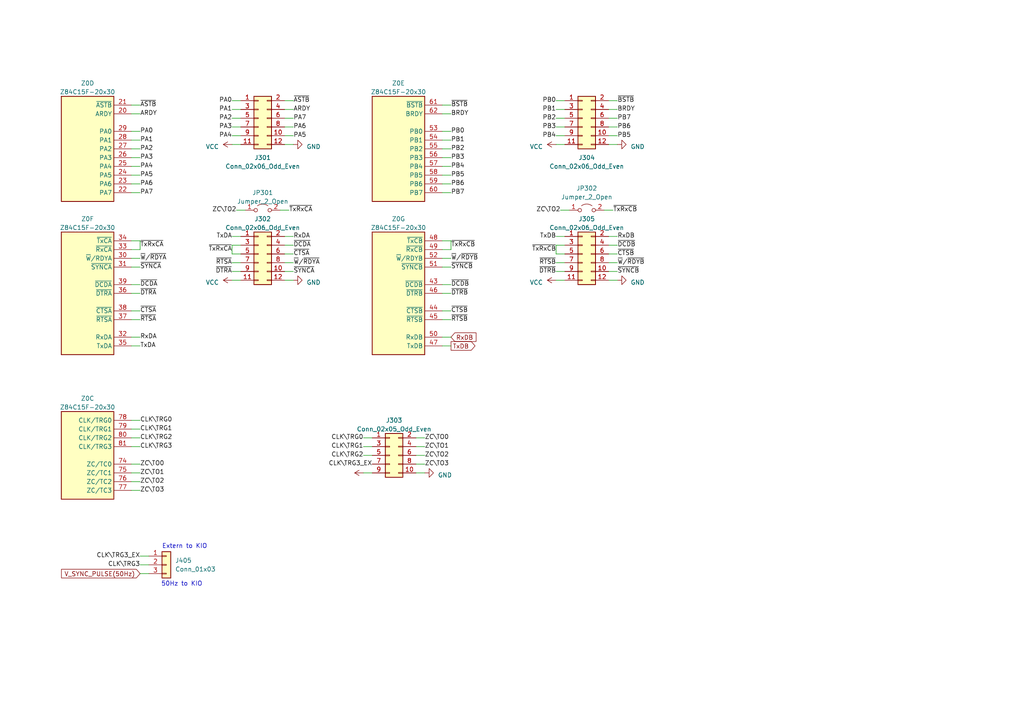
<source format=kicad_sch>
(kicad_sch (version 20231120) (generator "eeschema") (generator_version "8.0")
  (paper "A4")
  (title_block (title "JupiterAce Z80 plus KIO and new memory format.") (date "2020-05-12") (rev "${REVNUM}") (company "Ontobus") (comment 1 "John Bradley") (comment 2 "https://creativecommons.org/licenses/by-nc-sa/4.0/") (comment 3 "Attribution-NonCommercial-ShareAlike 4.0 International License.") (comment 4 "This work is licensed under a Creative Commons "))
  (lib_symbols
    (symbol "CPU_Zilog_Z80:Z84C15F-20x30" (pin_names (offset 0.5))
      (property "Reference" "IC" (at -6.604 34.29 0))
      (property "Value" "Z84C15F-20x30" (at 4.826 34 0))
      (symbol "Z84C15F-20x30_1_0"
        (rectangle (start -7.62 33.02) (end 7.62 -33.02) (stroke (width 0.254)) (fill (type background)))
        (pin output line (at 12.7 -5.08 180) (length 5.08) (name "A5") (number "1"))
        (pin input line (at -12.7 -2.54 0) (length 5.08) (name "~{BUSREQ}") (number "10"))
        (pin output line (at 12.7 -7.62 180) (length 5.08) (name "A6") (number "100"))
        (pin input line (at -12.7 10.16 0) (length 5.08) (name "~{WAIT}") (number "11"))
        (pin output line (at -12.7 -5.08 0) (length 5.08) (name "~{BUSACK}") (number "12"))
        (pin output line (at -12.7 20.32 0) (length 5.08) (name "~{WR}") (number "13"))
        (pin output line (at -12.7 22.86 0) (length 5.08) (name "~{RD}") (number "14"))
        (pin output line (at -12.7 25.4 0) (length 5.08) (name "~{IORQ}") (number "15"))
        (pin output line (at -12.7 27.94 0) (length 5.08) (name "~{MREQ}") (number "17"))
        (pin output line (at -12.7 12.7 0) (length 5.08) (name "~{HALT}") (number "18"))
        (pin open_collector line (at -12.7 7.62 0) (length 5.08) (name "~{INT}") (number "19"))
        (pin output line (at 12.7 -2.54 180) (length 5.08) (name "A4") (number "2"))
        (pin output line (at 12.7 0 180) (length 5.08) (name "A3") (number "3"))
        (pin output line (at 12.7 2.54 180) (length 5.08) (name "A2") (number "4"))
        (pin output line (at 12.7 5.08 180) (length 5.08) (name "A1") (number "5"))
        (pin output line (at 12.7 7.62 180) (length 5.08) (name "A0") (number "6"))
        (pin input line (at -12.7 5.08 0) (length 5.08) (name "~{NMI}") (number "63"))
        (pin input clock (at -12.7 -10.16 0) (length 5.08) (name "~{CLKIN}") (number "69"))
        (pin output line (at -12.7 17.78 0) (length 5.08) (name "~{RFSH}") (number "7"))
        (pin output line (at -12.7 30.48 0) (length 5.08) (name "~{M1}") (number "8"))
        (pin bidirectional line (at 12.7 12.7 180) (length 5.08) (name "D7") (number "82"))
        (pin bidirectional line (at 12.7 15.24 180) (length 5.08) (name "D6") (number "83"))
        (pin bidirectional line (at 12.7 17.78 180) (length 5.08) (name "D5") (number "84"))
        (pin bidirectional line (at 12.7 20.32 180) (length 5.08) (name "D4") (number "85"))
        (pin bidirectional line (at 12.7 22.86 180) (length 5.08) (name "D3") (number "86"))
        (pin bidirectional line (at 12.7 25.4 180) (length 5.08) (name "D2") (number "87"))
        (pin bidirectional line (at 12.7 27.94 180) (length 5.08) (name "D1") (number "88"))
        (pin bidirectional line (at 12.7 30.48 180) (length 5.08) (name "D0") (number "89"))
        (pin open_collector line (at -12.7 2.54 0) (length 5.08) (name "~{RESET}") (number "9"))
        (pin output line (at 12.7 -30.48 180) (length 5.08) (name "A15") (number "91"))
        (pin output line (at 12.7 -27.94 180) (length 5.08) (name "A14") (number "92"))
        (pin output line (at 12.7 -25.4 180) (length 5.08) (name "A13") (number "93"))
        (pin output line (at 12.7 -22.86 180) (length 5.08) (name "A12") (number "94"))
        (pin output line (at 12.7 -20.32 180) (length 5.08) (name "A11") (number "95"))
        (pin output line (at 12.7 -17.78 180) (length 5.08) (name "A10") (number "96"))
        (pin output line (at 12.7 -15.24 180) (length 5.08) (name "A9") (number "97"))
        (pin output line (at 12.7 -12.7 180) (length 5.08) (name "A8") (number "98"))
        (pin output line (at 12.7 -10.16 180) (length 5.08) (name "A7") (number "99"))
      )
      (symbol "Z84C15F-20x30_2_0"
        (rectangle (start -7.62 12.7) (end 7.62 -12.7) (stroke (width 0.254)) (fill (type background)))
        (pin output line (at 12.7 10.16 180) (length 5.08) (name "~{CS0}") (number "40"))
        (pin output line (at 12.7 7.62 180) (length 5.08) (name "~{CS1}") (number "42"))
        (pin input line (at -12.7 5.08 0) (length 5.08) (name "XTAL1") (number "65"))
        (pin output line (at -12.7 2.54 0) (length 5.08) (name "XTAL2") (number "66"))
        (pin input line (at -12.7 -7.62 0) (length 5.08) (name "EV") (number "67"))
        (pin output line (at -12.7 0 0) (length 5.08) (name "CLKOUT") (number "68"))
        (pin output line (at 12.7 -5.08 180) (length 5.08) (name "A7RF") (number "70"))
        (pin output line (at 12.7 0 180) (length 5.08) (name "IEO") (number "71"))
        (pin input line (at 12.7 2.54 180) (length 5.08) (name "IEI") (number "72"))
        (pin open_collector line (at -12.7 10.16 0) (length 5.08) (name "~{WDTOUT}") (number "73"))
      )
      (symbol "Z84C15F-20x30_3_0"
        (rectangle (start -7.62 12.7) (end 7.62 -12.7) (stroke (width 0.254)) (fill (type background)))
        (pin output line (at 12.7 -2.54 180) (length 5.08) (name "ZC/TC0") (number "74"))
        (pin output line (at 12.7 -5.08 180) (length 5.08) (name "ZC/TC1") (number "75"))
        (pin output line (at 12.7 -7.62 180) (length 5.08) (name "ZC/TC2") (number "76"))
        (pin output line (at 12.7 -10.16 180) (length 5.08) (name "ZC/TC3") (number "77"))
        (pin input line (at 12.7 10.16 180) (length 5.08) (name "CLK/TRG0") (number "78"))
        (pin input line (at 12.7 7.62 180) (length 5.08) (name "CLK/TRG1") (number "79"))
        (pin input line (at 12.7 5.08 180) (length 5.08) (name "CLK/TRG2") (number "80"))
        (pin input line (at 12.7 2.54 180) (length 5.08) (name "CLK/TRG3") (number "81"))
      )
      (symbol "Z84C15F-20x30_4_0"
        (rectangle (start -7.62 15.24) (end 7.62 -15.24) (stroke (width 0.254)) (fill (type background)))
        (pin output line (at 12.7 10.16 180) (length 5.08) (name "ARDY") (number "20"))
        (pin input line (at 12.7 12.7 180) (length 5.08) (name "~{ASTB}") (number "21"))
        (pin tri_state line (at 12.7 -12.7 180) (length 5.08) (name "PA7") (number "22"))
        (pin tri_state line (at 12.7 -10.16 180) (length 5.08) (name "PA6") (number "23"))
        (pin tri_state line (at 12.7 -7.62 180) (length 5.08) (name "PA5") (number "24"))
        (pin tri_state line (at 12.7 -5.08 180) (length 5.08) (name "PA4") (number "25"))
        (pin tri_state line (at 12.7 -2.54 180) (length 5.08) (name "PA3") (number "26"))
        (pin tri_state line (at 12.7 0 180) (length 5.08) (name "PA2") (number "27"))
        (pin tri_state line (at 12.7 2.54 180) (length 5.08) (name "PA1") (number "28"))
        (pin tri_state line (at 12.7 5.08 180) (length 5.08) (name "PA0") (number "29"))
      )
      (symbol "Z84C15F-20x30_5_0"
        (rectangle (start -7.62 15.24) (end 7.62 -15.24) (stroke (width 0.254)) (fill (type background)))
        (pin tri_state line (at 12.7 5.08 180) (length 5.08) (name "PB0") (number "53"))
        (pin tri_state line (at 12.7 2.54 180) (length 5.08) (name "PB1") (number "54"))
        (pin tri_state line (at 12.7 0 180) (length 5.08) (name "PB2") (number "55"))
        (pin tri_state line (at 12.7 -2.54 180) (length 5.08) (name "PB3") (number "56"))
        (pin tri_state line (at 12.7 -5.08 180) (length 5.08) (name "PB4") (number "57"))
        (pin tri_state line (at 12.7 -7.62 180) (length 5.08) (name "PB5") (number "58"))
        (pin tri_state line (at 12.7 -10.16 180) (length 5.08) (name "PB6") (number "59"))
        (pin tri_state line (at 12.7 -12.7 180) (length 5.08) (name "PB7") (number "60"))
        (pin input line (at 12.7 12.7 180) (length 5.08) (name "~{BSTB}") (number "61"))
        (pin output line (at 12.7 10.16 180) (length 5.08) (name "BRDY") (number "62"))
      )
      (symbol "Z84C15F-20x30_6_0"
        (pin output line (at 12.7 10.16 180) (length 5.08) (name "~{W}/RDYA") (number "30"))
        (pin bidirectional line (at 12.7 7.62 180) (length 5.08) (name "~{SYNCA}") (number "31"))
        (pin input line (at 12.7 -12.7 180) (length 5.08) (name "RxDA") (number "32"))
        (pin input line (at 12.7 12.7 180) (length 5.08) (name "~{RxCA}") (number "33"))
        (pin input line (at 12.7 15.24 180) (length 5.08) (name "~{TxCA}") (number "34"))
        (pin output line (at 12.7 -15.24 180) (length 5.08) (name "TxDA") (number "35"))
        (pin output line (at 12.7 0 180) (length 5.08) (name "~{DTRA}") (number "36"))
        (pin output line (at 12.7 -7.62 180) (length 5.08) (name "~{RTSA}") (number "37"))
        (pin input line (at 12.7 -5.08 180) (length 5.08) (name "~{CTSA}") (number "38"))
        (pin input line (at 12.7 2.54 180) (length 5.08) (name "~{DCDA}") (number "39"))
      )
      (symbol "Z84C15F-20x30_6_1"
        (rectangle (start -7.62 17.78) (end 7.62 -17.78) (stroke (width 0.254)) (fill (type background)))
      )
      (symbol "Z84C15F-20x30_7_0"
        (pin input line (at 12.7 2.54 180) (length 5.08) (name "~{DCDB}") (number "43"))
        (pin input line (at 12.7 -5.08 180) (length 5.08) (name "~{CTSB}") (number "44"))
        (pin output line (at 12.7 -7.62 180) (length 5.08) (name "~{RTSB}") (number "45"))
        (pin output line (at 12.7 0 180) (length 5.08) (name "~{DTRB}") (number "46"))
        (pin output line (at 12.7 -15.24 180) (length 5.08) (name "TxDB") (number "47"))
        (pin input line (at 12.7 15.24 180) (length 5.08) (name "~{TxCB}") (number "48"))
        (pin input line (at 12.7 12.7 180) (length 5.08) (name "~{RxCB}") (number "49"))
        (pin input line (at 12.7 -12.7 180) (length 5.08) (name "RxDB") (number "50"))
        (pin bidirectional line (at 12.7 7.62 180) (length 5.08) (name "~{SYNCB}") (number "51"))
        (pin output line (at 12.7 10.16 180) (length 5.08) (name "~{W}/RDYB") (number "52"))
      )
      (symbol "Z84C15F-20x30_7_1"
        (rectangle (start -7.62 17.78) (end 7.62 -17.78) (stroke (width 0.254)) (fill (type background)))
      )
      (symbol "Z84C15F-20x30_8_0"
        (rectangle (start -7.62 7.62) (end 7.62 -7.62) (stroke (width 0.254)) (fill (type background)))
        (pin power_in line (at 2.54 -12.7 90) (length 5.08) (name "V_{SS}") (number "16"))
        (pin power_in line (at 2.54 12.7 270) (length 5.08) (name "V_{CC}") (number "41"))
        (pin power_in line (at -2.54 -12.7 90) (length 5.08) (name "V_{SS}") (number "64"))
        (pin power_in line (at -2.54 12.7 270) (length 5.08) (name "V_{CC}") (number "90"))
      )
    )
    (symbol "Connector_Generic:Conn_01x03" (pin_names (offset 1.016) hide)
      (property "Reference" "J" (at 0 5.08 0))
      (property "Value" "Conn_01x03" (at 0 -5.08 0))
      (symbol "Conn_01x03_1_1"
        (rectangle (start -1.27 -2.413) (end 0 -2.667) (stroke (width 0.1524)))
        (rectangle (start -1.27 0.127) (end 0 -0.127) (stroke (width 0.1524)))
        (rectangle (start -1.27 2.667) (end 0 2.413) (stroke (width 0.1524)))
        (rectangle (start -1.27 3.81) (end 1.27 -3.81) (stroke (width 0.254)) (fill (type background)))
        (pin passive line (at -5.08 2.54 0) (length 3.81) (name "Pin_1") (number "1"))
        (pin passive line (at -5.08 0 0) (length 3.81) (name "Pin_2") (number "2"))
        (pin passive line (at -5.08 -2.54 0) (length 3.81) (name "Pin_3") (number "3"))
      )
    )
    (symbol "Connector_Generic:Conn_02x05_Odd_Even" (pin_names (offset 1.016) hide)
      (property "Reference" "J" (at 1.27 7.62 0))
      (property "Value" "Conn_02x05_Odd_Even" (at 1.27 -7.62 0))
      (symbol "Conn_02x05_Odd_Even_1_1"
        (rectangle (start -1.27 -4.953) (end 0 -5.207) (stroke (width 0.1524)))
        (rectangle (start -1.27 -2.413) (end 0 -2.667) (stroke (width 0.1524)))
        (rectangle (start -1.27 0.127) (end 0 -0.127) (stroke (width 0.1524)))
        (rectangle (start -1.27 2.667) (end 0 2.413) (stroke (width 0.1524)))
        (rectangle (start -1.27 5.207) (end 0 4.953) (stroke (width 0.1524)))
        (rectangle (start -1.27 6.35) (end 3.81 -6.35) (stroke (width 0.254)) (fill (type background)))
        (rectangle (start 3.81 -4.953) (end 2.54 -5.207) (stroke (width 0.1524)))
        (rectangle (start 3.81 -2.413) (end 2.54 -2.667) (stroke (width 0.1524)))
        (rectangle (start 3.81 0.127) (end 2.54 -0.127) (stroke (width 0.1524)))
        (rectangle (start 3.81 2.667) (end 2.54 2.413) (stroke (width 0.1524)))
        (rectangle (start 3.81 5.207) (end 2.54 4.953) (stroke (width 0.1524)))
        (pin passive line (at -5.08 5.08 0) (length 3.81) (name "Pin_1") (number "1"))
        (pin passive line (at 7.62 -5.08 180) (length 3.81) (name "Pin_10") (number "10"))
        (pin passive line (at 7.62 5.08 180) (length 3.81) (name "Pin_2") (number "2"))
        (pin passive line (at -5.08 2.54 0) (length 3.81) (name "Pin_3") (number "3"))
        (pin passive line (at 7.62 2.54 180) (length 3.81) (name "Pin_4") (number "4"))
        (pin passive line (at -5.08 0 0) (length 3.81) (name "Pin_5") (number "5"))
        (pin passive line (at 7.62 0 180) (length 3.81) (name "Pin_6") (number "6"))
        (pin passive line (at -5.08 -2.54 0) (length 3.81) (name "Pin_7") (number "7"))
        (pin passive line (at 7.62 -2.54 180) (length 3.81) (name "Pin_8") (number "8"))
        (pin passive line (at -5.08 -5.08 0) (length 3.81) (name "Pin_9") (number "9"))
      )
    )
    (symbol "Connector_Generic:Conn_02x06_Odd_Even" (pin_names (offset 1.016) hide)
      (property "Reference" "J" (at 1.27 7.62 0))
      (property "Value" "Conn_02x06_Odd_Even" (at 1.27 -10.16 0))
      (symbol "Conn_02x06_Odd_Even_1_1"
        (rectangle (start -1.27 -7.493) (end 0 -7.747) (stroke (width 0.1524)))
        (rectangle (start -1.27 -4.953) (end 0 -5.207) (stroke (width 0.1524)))
        (rectangle (start -1.27 -2.413) (end 0 -2.667) (stroke (width 0.1524)))
        (rectangle (start -1.27 0.127) (end 0 -0.127) (stroke (width 0.1524)))
        (rectangle (start -1.27 2.667) (end 0 2.413) (stroke (width 0.1524)))
        (rectangle (start -1.27 5.207) (end 0 4.953) (stroke (width 0.1524)))
        (rectangle (start -1.27 6.35) (end 3.81 -8.89) (stroke (width 0.254)) (fill (type background)))
        (rectangle (start 3.81 -7.493) (end 2.54 -7.747) (stroke (width 0.1524)))
        (rectangle (start 3.81 -4.953) (end 2.54 -5.207) (stroke (width 0.1524)))
        (rectangle (start 3.81 -2.413) (end 2.54 -2.667) (stroke (width 0.1524)))
        (rectangle (start 3.81 0.127) (end 2.54 -0.127) (stroke (width 0.1524)))
        (rectangle (start 3.81 2.667) (end 2.54 2.413) (stroke (width 0.1524)))
        (rectangle (start 3.81 5.207) (end 2.54 4.953) (stroke (width 0.1524)))
        (pin passive line (at -5.08 5.08 0) (length 3.81) (name "Pin_1") (number "1"))
        (pin passive line (at 7.62 -5.08 180) (length 3.81) (name "Pin_10") (number "10"))
        (pin passive line (at -5.08 -7.62 0) (length 3.81) (name "Pin_11") (number "11"))
        (pin passive line (at 7.62 -7.62 180) (length 3.81) (name "Pin_12") (number "12"))
        (pin passive line (at 7.62 5.08 180) (length 3.81) (name "Pin_2") (number "2"))
        (pin passive line (at -5.08 2.54 0) (length 3.81) (name "Pin_3") (number "3"))
        (pin passive line (at 7.62 2.54 180) (length 3.81) (name "Pin_4") (number "4"))
        (pin passive line (at -5.08 0 0) (length 3.81) (name "Pin_5") (number "5"))
        (pin passive line (at 7.62 0 180) (length 3.81) (name "Pin_6") (number "6"))
        (pin passive line (at -5.08 -2.54 0) (length 3.81) (name "Pin_7") (number "7"))
        (pin passive line (at 7.62 -2.54 180) (length 3.81) (name "Pin_8") (number "8"))
        (pin passive line (at -5.08 -5.08 0) (length 3.81) (name "Pin_9") (number "9"))
      )
    )
    (symbol "Jumper:Jumper_2_Open" (pin_names (offset 0) hide)
      (property "Reference" "JP" (at 0 2.794 0))
      (property "Value" "Jumper_2_Open" (at 0 -2.286 0))
      (symbol "Jumper_2_Open_0_0"
        (circle (center -2.032 0) (radius 0.508))
        (circle (center 2.032 0) (radius 0.508))
      )
      (symbol "Jumper_2_Open_0_1"
        (arc (start 1.524 1.27) (mid 0 1.778) (end -1.524 1.27))
      )
      (symbol "Jumper_2_Open_1_1"
        (pin passive line (at -5.08 0 0) (length 2.54) (name "A") (number "1"))
        (pin passive line (at 5.08 0 180) (length 2.54) (name "B") (number "2"))
      )
    )
    (symbol "power:GND" (power) (pin_names (offset 0))
      (property "Value" "GND" (at 0 -3.81 0))
      (symbol "GND_0_1"
        (polyline (pts (xy 0 0) (xy 0 -1.27) (xy 1.27 -1.27) (xy 0 -2.54) (xy -1.27 -1.27) (xy 0 -1.27)))
      )
      (symbol "GND_1_1"
        (pin power_in line (at 0 0 270) (length 0) hide (name "GND") (number "1"))
      )
    )
    (symbol "power:VCC" (power) (pin_names (offset 0))
      (property "Value" "VCC" (at 0 3.81 0))
      (symbol "VCC_0_1"
        (polyline (pts (xy -0.762 1.27) (xy 0 2.54)))
        (polyline (pts (xy 0 0) (xy 0 2.54)))
        (polyline (pts (xy 0 2.54) (xy 0.762 1.27)))
      )
      (symbol "VCC_1_1"
        (pin power_in line (at 0 0 90) (length 0) hide (name "VCC") (number "1"))
      )
    )
  )
  (wire (pts (xy 38.1 100.33) (xy 40.64 100.33)))
  (wire (pts (xy 176.53 73.66) (xy 179.07 73.66)))
  (wire (pts (xy 38.1 90.17) (xy 40.64 90.17)))
  (wire (pts (xy 176.53 41.91) (xy 179.07 41.91)))
  (wire (pts (xy 38.1 48.26) (xy 40.64 48.26)))
  (wire (pts (xy 82.55 29.21) (xy 85.09 29.21)))
  (wire (pts (xy 40.64 129.54) (xy 38.1 129.54)))
  (wire (pts (xy 161.29 81.28) (xy 163.83 81.28)))
  (wire (pts (xy 163.83 73.66) (xy 161.29 73.66)))
  (wire (pts (xy 162.56 60.96) (xy 165.1 60.96)))
  (wire (pts (xy 82.55 39.37) (xy 85.09 39.37)))
  (wire (pts (xy 105.41 137.16) (xy 107.95 137.16)))
  (wire (pts (xy 107.95 127) (xy 105.41 127)))
  (wire (pts (xy 82.55 68.58) (xy 85.09 68.58)))
  (wire (pts (xy 175.26 60.96) (xy 177.8 60.96)))
  (wire (pts (xy 38.1 43.18) (xy 40.64 43.18)))
  (wire (pts (xy 176.53 71.12) (xy 179.07 71.12)))
  (wire (pts (xy 81.28 60.96) (xy 83.82 60.96)))
  (wire (pts (xy 128.27 43.18) (xy 130.81 43.18)))
  (wire (pts (xy 163.83 34.29) (xy 161.29 34.29)))
  (wire (pts (xy 43.18 166.37) (xy 40.64 166.37)))
  (wire (pts (xy 43.18 161.29) (xy 40.64 161.29)))
  (wire (pts (xy 179.07 78.74) (xy 176.53 78.74)))
  (wire (pts (xy 82.55 41.91) (xy 85.09 41.91)))
  (wire (pts (xy 69.85 36.83) (xy 67.31 36.83)))
  (wire (pts (xy 82.55 71.12) (xy 85.09 71.12)))
  (wire (pts (xy 69.85 34.29) (xy 67.31 34.29)))
  (wire (pts (xy 40.64 69.85) (xy 40.64 72.39)))
  (wire (pts (xy 128.27 77.47) (xy 130.81 77.47)))
  (wire (pts (xy 38.1 127) (xy 40.64 127)))
  (wire (pts (xy 38.1 74.93) (xy 40.64 74.93)))
  (wire (pts (xy 176.53 81.28) (xy 179.07 81.28)))
  (wire (pts (xy 38.1 50.8) (xy 40.64 50.8)))
  (wire (pts (xy 38.1 124.46) (xy 40.64 124.46)))
  (wire (pts (xy 82.55 81.28) (xy 85.09 81.28)))
  (wire (pts (xy 69.85 76.2) (xy 67.31 76.2)))
  (wire (pts (xy 38.1 30.48) (xy 40.64 30.48)))
  (wire (pts (xy 120.65 134.62) (xy 123.19 134.62)))
  (wire (pts (xy 128.27 50.8) (xy 130.81 50.8)))
  (wire (pts (xy 38.1 40.64) (xy 40.64 40.64)))
  (wire (pts (xy 69.85 78.74) (xy 67.31 78.74)))
  (wire (pts (xy 69.85 31.75) (xy 67.31 31.75)))
  (wire (pts (xy 38.1 45.72) (xy 40.64 45.72)))
  (wire (pts (xy 128.27 92.71) (xy 130.81 92.71)))
  (wire (pts (xy 38.1 38.1) (xy 40.64 38.1)))
  (wire (pts (xy 120.65 137.16) (xy 123.19 137.16)))
  (wire (pts (xy 128.27 45.72) (xy 130.81 45.72)))
  (wire (pts (xy 69.85 71.12) (xy 67.31 71.12)))
  (wire (pts (xy 128.27 72.39) (xy 130.81 72.39)))
  (wire (pts (xy 161.29 71.12) (xy 161.29 73.66)))
  (wire (pts (xy 82.55 34.29) (xy 85.09 34.29)))
  (wire (pts (xy 179.07 76.2) (xy 176.53 76.2)))
  (wire (pts (xy 176.53 39.37) (xy 179.07 39.37)))
  (wire (pts (xy 38.1 33.02) (xy 40.64 33.02)))
  (wire (pts (xy 38.1 137.16) (xy 40.64 137.16)))
  (wire (pts (xy 82.55 31.75) (xy 85.09 31.75)))
  (wire (pts (xy 107.95 132.08) (xy 105.41 132.08)))
  (wire (pts (xy 82.55 78.74) (xy 85.09 78.74)))
  (wire (pts (xy 67.31 81.28) (xy 69.85 81.28)))
  (wire (pts (xy 163.83 76.2) (xy 161.29 76.2)))
  (wire (pts (xy 82.55 36.83) (xy 85.09 36.83)))
  (wire (pts (xy 128.27 48.26) (xy 130.81 48.26)))
  (wire (pts (xy 38.1 139.7) (xy 40.64 139.7)))
  (wire (pts (xy 38.1 53.34) (xy 40.64 53.34)))
  (wire (pts (xy 163.83 78.74) (xy 161.29 78.74)))
  (wire (pts (xy 120.65 132.08) (xy 123.19 132.08)))
  (wire (pts (xy 161.29 41.91) (xy 163.83 41.91)))
  (wire (pts (xy 69.85 68.58) (xy 67.31 68.58)))
  (wire (pts (xy 68.58 60.96) (xy 71.12 60.96)))
  (wire (pts (xy 128.27 100.33) (xy 130.81 100.33)))
  (wire (pts (xy 38.1 121.92) (xy 40.64 121.92)))
  (wire (pts (xy 128.27 69.85) (xy 130.81 69.85)))
  (wire (pts (xy 130.81 69.85) (xy 130.81 72.39)))
  (wire (pts (xy 38.1 85.09) (xy 40.64 85.09)))
  (wire (pts (xy 176.53 34.29) (xy 179.07 34.29)))
  (wire (pts (xy 163.83 68.58) (xy 161.29 68.58)))
  (wire (pts (xy 38.1 69.85) (xy 40.64 69.85)))
  (wire (pts (xy 163.83 39.37) (xy 161.29 39.37)))
  (wire (pts (xy 128.27 85.09) (xy 130.81 85.09)))
  (wire (pts (xy 176.53 31.75) (xy 179.07 31.75)))
  (wire (pts (xy 67.31 41.91) (xy 69.85 41.91)))
  (wire (pts (xy 128.27 82.55) (xy 130.81 82.55)))
  (wire (pts (xy 176.53 68.58) (xy 179.07 68.58)))
  (wire (pts (xy 38.1 97.79) (xy 40.64 97.79)))
  (wire (pts (xy 176.53 36.83) (xy 179.07 36.83)))
  (wire (pts (xy 163.83 71.12) (xy 161.29 71.12)))
  (wire (pts (xy 38.1 142.24) (xy 40.64 142.24)))
  (wire (pts (xy 163.83 29.21) (xy 161.29 29.21)))
  (wire (pts (xy 38.1 134.62) (xy 40.64 134.62)))
  (wire (pts (xy 107.95 129.54) (xy 105.41 129.54)))
  (wire (pts (xy 128.27 90.17) (xy 130.81 90.17)))
  (wire (pts (xy 43.18 163.83) (xy 40.64 163.83)))
  (wire (pts (xy 38.1 77.47) (xy 40.64 77.47)))
  (wire (pts (xy 120.65 129.54) (xy 123.19 129.54)))
  (wire (pts (xy 128.27 33.02) (xy 130.81 33.02)))
  (wire (pts (xy 38.1 72.39) (xy 40.64 72.39)))
  (wire (pts (xy 38.1 82.55) (xy 40.64 82.55)))
  (wire (pts (xy 82.55 73.66) (xy 85.09 73.66)))
  (wire (pts (xy 128.27 97.79) (xy 130.81 97.79)))
  (wire (pts (xy 128.27 38.1) (xy 130.81 38.1)))
  (wire (pts (xy 128.27 53.34) (xy 130.81 53.34)))
  (wire (pts (xy 128.27 40.64) (xy 130.81 40.64)))
  (wire (pts (xy 82.55 76.2) (xy 85.09 76.2)))
  (wire (pts (xy 176.53 29.21) (xy 179.07 29.21)))
  (wire (pts (xy 163.83 31.75) (xy 161.29 31.75)))
  (wire (pts (xy 69.85 29.21) (xy 67.31 29.21)))
  (wire (pts (xy 120.65 127) (xy 123.19 127)))
  (wire (pts (xy 67.31 71.12) (xy 67.31 73.66)))
  (wire (pts (xy 69.85 73.66) (xy 67.31 73.66)))
  (wire (pts (xy 128.27 55.88) (xy 130.81 55.88)))
  (wire (pts (xy 38.1 55.88) (xy 40.64 55.88)))
  (wire (pts (xy 128.27 30.48) (xy 130.81 30.48)))
  (wire (pts (xy 128.27 74.93) (xy 130.81 74.93)))
  (wire (pts (xy 163.83 36.83) (xy 161.29 36.83)))
  (wire (pts (xy 38.1 92.71) (xy 40.64 92.71)))
  (wire (pts (xy 69.85 39.37) (xy 67.31 39.37)))
  (text "50Hz to KIO" (at 46.736 170.18 0) (effects (font (size 1.27 1.27)) (justify left bottom)))
  (text "Extern to KIO" (at 46.99 159.258 0) (effects (font (size 1.27 1.27)) (justify left bottom)))
  (label "PA1" (at 40.64 40.64 0))
  (label "~{DTRA}" (at 67.31 78.74 180))
  (label "CLK\\TRG3_EX" (at 40.64 161.29 180))
  (label "~{DTRB}" (at 161.29 78.74 180))
  (label "CLK\\TRG3" (at 40.64 129.54 0))
  (label "PA5" (at 85.09 39.37 0))
  (label "~{W}{slash}~{RDYB}" (at 130.81 74.93 0))
  (label "~{CTSA}" (at 85.09 73.66 0))
  (label "ZC\\TO2" (at 162.56 60.96 180))
  (label "ZC\\TO3" (at 40.64 142.24 0))
  (label "PB1" (at 130.81 40.64 0))
  (label "CLK\\TRG3_EX" (at 107.95 134.62 180))
  (label "PB4" (at 130.81 48.26 0))
  (label "~{TxRxCB}" (at 161.29 72.39 180))
  (label "CLK\\TRG0" (at 105.41 127 180))
  (label "PB7" (at 130.81 55.88 0))
  (label "PA6" (at 40.64 53.34 0))
  (label "ZC\\TO2" (at 68.58 60.96 180))
  (label "~{BSTB}" (at 130.81 30.48 0))
  (label "~{CTSB}" (at 179.07 73.66 0))
  (label "ZC\\TO2" (at 40.64 139.7 0))
  (label "~{W}{slash}~{RDYA}" (at 40.64 74.93 0))
  (label "PB6" (at 130.81 53.34 0))
  (label "~{RTSA}" (at 40.64 92.71 0))
  (label "~{TxRxCB}" (at 177.8 60.96 0))
  (label "CLK\\TRG1" (at 40.64 124.46 0))
  (label "~{CTSB}" (at 130.81 90.17 0))
  (label "PA5" (at 40.64 50.8 0))
  (label "PB2" (at 161.29 34.29 180))
  (label "ARDY" (at 40.64 33.02 0))
  (label "PB0" (at 130.81 38.1 0))
  (label "PA3" (at 40.64 45.72 0))
  (label "CLK\\TRG0" (at 40.64 121.92 0))
  (label "PA4" (at 40.64 48.26 0))
  (label "PB3" (at 130.81 45.72 0))
  (label "~{TxRxCB}" (at 130.81 71.12 0))
  (label "RxDA" (at 40.64 97.79 0))
  (label "~{DCDA}" (at 85.09 71.12 0))
  (label "~{ASTB}" (at 85.09 29.21 0))
  (label "CLK\\TRG2" (at 40.64 127 0))
  (label "PA1" (at 67.31 31.75 180))
  (label "~{ASTB}" (at 40.64 30.48 0))
  (label "PA6" (at 85.09 36.83 0))
  (label "~{BSTB}" (at 179.07 29.21 0))
  (label "~{SYNCA}" (at 85.09 78.74 0))
  (label "PB6" (at 179.07 36.83 0))
  (label "RxDA" (at 85.09 68.58 0))
  (label "ARDY" (at 85.09 31.75 0))
  (label "PA4" (at 67.31 39.37 180))
  (label "PB0" (at 161.29 29.21 180))
  (label "ZC\\TO0" (at 123.19 127 0))
  (label "~{SYNCB}" (at 179.07 78.74 0))
  (label "PA2" (at 67.31 34.29 180))
  (label "PA2" (at 40.64 43.18 0))
  (label "~{DCDB}" (at 179.07 71.12 0))
  (label "~{DCDB}" (at 130.81 82.55 0))
  (label "TxDA" (at 40.64 100.33 0))
  (label "~{DCDA}" (at 40.64 82.55 0))
  (label "PA3" (at 67.31 36.83 180))
  (label "ZC\\TO1" (at 40.64 137.16 0))
  (label "TxDB" (at 161.29 68.58 180))
  (label "~{SYNCA}" (at 40.64 77.47 0))
  (label "ZC\\TO2" (at 123.19 132.08 0))
  (label "CLK\\TRG1" (at 105.41 129.54 180))
  (label "TxDA" (at 67.31 68.58 180))
  (label "ZC\\TO1" (at 123.19 129.54 0))
  (label "PB3" (at 161.29 36.83 180))
  (label "~{SYNCB}" (at 130.81 77.47 0))
  (label "PA0" (at 67.31 29.21 180))
  (label "PB5" (at 179.07 39.37 0))
  (label "~{TxRxCA}" (at 40.64 71.12 0))
  (label "RxDB" (at 179.07 68.58 0))
  (label "BRDY" (at 179.07 31.75 0))
  (label "PA0" (at 40.64 38.1 0))
  (label "CLK\\TRG2" (at 105.41 132.08 180))
  (label "PB7" (at 179.07 34.29 0))
  (label "PB1" (at 161.29 31.75 180))
  (label "~{TxRxCA}" (at 83.82 60.96 0))
  (label "ZC\\TO0" (at 40.64 134.62 0))
  (label "BRDY" (at 130.81 33.02 0))
  (label "~{W}{slash}~{RDYA}" (at 85.09 76.2 0))
  (label "~{TxRxCA}" (at 67.31 72.39 180))
  (label "~{DTRA}" (at 40.64 85.09 0))
  (label "CLK\\TRG3" (at 40.64 163.83 180))
  (label "PA7" (at 85.09 34.29 0))
  (label "PB2" (at 130.81 43.18 0))
  (label "PA7" (at 40.64 55.88 0))
  (label "~{W}{slash}~{RDYB}" (at 179.07 76.2 0))
  (label "~{RTSA}" (at 67.31 76.2 180))
  (label "~{RTSB}" (at 130.81 92.71 0))
  (label "~{RTSB}" (at 161.29 76.2 180))
  (label "~{DTRB}" (at 130.81 85.09 0))
  (label "PB4" (at 161.29 39.37 180))
  (label "~{CTSA}" (at 40.64 90.17 0))
  (label "ZC\\TO3" (at 123.19 134.62 0))
  (label "PB5" (at 130.81 50.8 0))
  (global_label "V_SYNC_PULSE(50Hz)" (shape input) (at 40.64 166.37 180) (property "Intersheetrefs" "${INTERSHEET_REFS}" (at 17.9353 166.2906 0) (effects (justify right))))
  (global_label "TxDB" (shape output) (at 130.81 100.33 0) (property "Intersheetrefs" "${INTERSHEET_REFS}" (at 137.5973 100.33 0) (effects (justify left))))
  (global_label "RxDB" (shape input) (at 130.81 97.79 0) (property "Intersheetrefs" "${INTERSHEET_REFS}" (at 137.8997 97.79 0) (effects (justify left))))
  (symbol (lib_id "Connector_Generic:Conn_02x06_Odd_Even") (at 74.93 34.29 0) (unit 1)
    (property "Reference" "J301" (at 76.2 45.72 0))
    (property "Value" "Conn_02x06_Odd_Even" (at 76.2 48.26 0))
    (property "Footprint" "Connector_PinHeader_2.54mm:PinHeader_2x06_P2.54mm_Vertical" (effects (hide yes)))
  )
  (symbol (lib_id "Connector_Generic:Conn_02x06_Odd_Even") (at 168.91 34.29 0) (unit 1)
    (property "Reference" "J304" (at 170.18 45.72 0))
    (property "Value" "Conn_02x06_Odd_Even" (at 170.18 48.26 0))
    (property "Footprint" "Connector_PinHeader_2.54mm:PinHeader_2x06_P2.54mm_Vertical" (effects (hide yes)))
  )
  (symbol (lib_id "power:VCC") (at 105.41 137.16 90) (unit 1)
    (property "Reference" "#~PWR0176" (effects (hide yes)))
    (property "Value" "VCC" (effects (hide yes)))
  )
  (symbol (lib_id "power:GND") (at 123.19 137.16 90) (unit 1)
    (property "Reference" "#~PWR0177" (effects (hide yes)))
    (property "Value" "GND" (at 127 137.795 90) (effects (justify right)))
  )
  (symbol (lib_id "power:GND") (at 85.09 41.91 90) (unit 1)
    (property "Reference" "#~PWR0101" (effects (hide yes)))
    (property "Value" "GND" (at 88.9 42.545 90) (effects (justify right)))
  )
  (symbol (lib_id "power:VCC") (at 67.31 41.91 90) (unit 1)
    (property "Reference" "#~PWR0114" (effects (hide yes)))
    (property "Value" "VCC" (at 63.5 42.545 90) (effects (justify left)))
  )
  (symbol (lib_id "power:GND") (at 179.07 41.91 90) (unit 1)
    (property "Reference" "#~PWR0117" (effects (hide yes)))
    (property "Value" "GND" (at 182.88 42.545 90) (effects (justify right)))
  )
  (symbol (lib_id "power:VCC") (at 161.29 41.91 90) (unit 1)
    (property "Reference" "#~PWR0119" (effects (hide yes)))
    (property "Value" "VCC" (at 157.48 42.545 90) (effects (justify left)))
  )
  (symbol (lib_id "power:GND") (at 85.09 81.28 90) (unit 1)
    (property "Reference" "#~PWR0143" (effects (hide yes)))
    (property "Value" "GND" (at 88.9 81.915 90) (effects (justify right)))
  )
  (symbol (lib_id "power:VCC") (at 67.31 81.28 90) (unit 1)
    (property "Reference" "#~PWR0156" (effects (hide yes)))
    (property "Value" "VCC" (at 63.5 81.915 90) (effects (justify left)))
  )
  (symbol (lib_id "power:GND") (at 179.07 81.28 90) (unit 1)
    (property "Reference" "#~PWR0164" (effects (hide yes)))
    (property "Value" "GND" (at 182.88 81.915 90) (effects (justify right)))
  )
  (symbol (lib_id "power:VCC") (at 161.29 81.28 90) (unit 1)
    (property "Reference" "#~PWR0175" (effects (hide yes)))
    (property "Value" "VCC" (at 157.48 81.915 90) (effects (justify left)))
  )
  (symbol (lib_id "Connector_Generic:Conn_02x06_Odd_Even") (at 74.93 73.66 0) (unit 1)
    (property "Reference" "J302" (at 76.2 63.5 0))
    (property "Value" "Conn_02x06_Odd_Even" (at 76.2 66.04 0))
    (property "Footprint" "Connector_PinHeader_2.54mm:PinHeader_2x06_P2.54mm_Vertical" (effects (hide yes)))
  )
  (symbol (lib_id "Connector_Generic:Conn_02x06_Odd_Even") (at 168.91 73.66 0) (unit 1)
    (property "Reference" "J305" (at 170.18 63.5 0))
    (property "Value" "Conn_02x06_Odd_Even" (at 170.18 66.04 0))
    (property "Footprint" "Connector_PinHeader_2.54mm:PinHeader_2x06_P2.54mm_Vertical" (effects (hide yes)))
  )
  (symbol (lib_id "Connector_Generic:Conn_02x05_Odd_Even") (at 113.03 132.08 0) (unit 1)
    (property "Reference" "J303" (at 114.3 121.92 0))
    (property "Value" "Conn_02x05_Odd_Even" (at 114.3 124.46 0))
    (property "Footprint" "Connector_PinHeader_2.54mm:PinHeader_2x05_P2.54mm_Vertical" (effects (hide yes)))
  )
  (symbol (lib_id "CPU_Zilog_Z80:Z84C15F-20x30") (at 115.57 85.09 0) (unit 7)
    (property "Reference" "Z0" (at 115.57 63.5 0))
    (property "Value" "Z84C15F-20x30" (at 115.57 66.04 0))
    (property "Footprint" "Package_QFP:PQFP-100_14x20mm_P0.65mm" (effects (hide yes)))
    (property "Datasheet" "https://www.zilog.com/docs/z80/ps0182.pdf" (effects (hide yes)))
    (property "Description" "Zilog Z80C15 & Z8015, Z80 Microprocessor Z80 8bit CISC PQFP-100 20x30 Intelligent Peripheral Controller IPC" (effects (hide yes)))
  )
  (symbol (lib_id "Connector_Generic:Conn_01x03") (at 48.26 163.83 0) (unit 1)
    (property "Reference" "J405" (at 50.8 162.5599 0) (effects (justify left)))
    (property "Value" "Conn_01x03" (at 50.8 165.0999 0) (effects (justify left)))
    (property "Footprint" "Connector_PinHeader_2.54mm:PinHeader_1x03_P2.54mm_Vertical" (effects (hide yes)))
  )
  (symbol (lib_id "Jumper:Jumper_2_Open") (at 170.18 60.96 0) (unit 1)
    (property "Reference" "JP302" (at 170.18 54.61 0))
    (property "Value" "Jumper_2_Open" (at 170.18 57.15 0))
    (property "Footprint" "Connector_PinHeader_2.54mm:PinHeader_1x02_P2.54mm_Vertical" (effects (hide yes)))
  )
  (symbol (lib_id "CPU_Zilog_Z80:Z84C15F-20x30") (at 115.57 43.18 0) (unit 5)
    (property "Reference" "Z0" (at 115.57 24.13 0))
    (property "Value" "Z84C15F-20x30" (at 115.57 26.67 0))
    (property "Footprint" "Package_QFP:PQFP-100_14x20mm_P0.65mm" (effects (hide yes)))
    (property "Datasheet" "https://www.zilog.com/docs/z80/ps0182.pdf" (effects (hide yes)))
    (property "Description" "Zilog Z80C15 & Z8015, Z80 Microprocessor Z80 8bit CISC PQFP-100 20x30 Intelligent Peripheral Controller IPC" (effects (hide yes)))
  )
  (symbol (lib_id "CPU_Zilog_Z80:Z84C15F-20x30") (at 25.4 43.18 0) (unit 4)
    (property "Reference" "Z0" (at 25.4 24.13 0))
    (property "Value" "Z84C15F-20x30" (at 25.4 26.67 0))
    (property "Footprint" "Package_QFP:PQFP-100_14x20mm_P0.65mm" (effects (hide yes)))
    (property "Datasheet" "https://www.zilog.com/docs/z80/ps0182.pdf" (effects (hide yes)))
    (property "Description" "Zilog Z80C15 & Z8015, Z80 Microprocessor Z80 8bit CISC PQFP-100 20x30 Intelligent Peripheral Controller IPC" (effects (hide yes)))
  )
  (symbol (lib_id "CPU_Zilog_Z80:Z84C15F-20x30") (at 25.4 85.09 0) (unit 6)
    (property "Reference" "Z0" (at 25.4 63.5 0))
    (property "Value" "Z84C15F-20x30" (at 25.4 66.04 0))
    (property "Footprint" "Package_QFP:PQFP-100_14x20mm_P0.65mm" (effects (hide yes)))
    (property "Datasheet" "https://www.zilog.com/docs/z80/ps0182.pdf" (effects (hide yes)))
    (property "Description" "Zilog Z80C15 & Z8015, Z80 Microprocessor Z80 8bit CISC PQFP-100 20x30 Intelligent Peripheral Controller IPC" (effects (hide yes)))
  )
  (symbol (lib_id "CPU_Zilog_Z80:Z84C15F-20x30") (at 25.4 132.08 0) (unit 3)
    (property "Reference" "Z0" (at 25.4 115.57 0))
    (property "Value" "Z84C15F-20x30" (at 25.4 118.11 0))
    (property "Footprint" "Package_QFP:PQFP-100_14x20mm_P0.65mm" (effects (hide yes)))
    (property "Datasheet" "https://www.zilog.com/docs/z80/ps0182.pdf" (effects (hide yes)))
    (property "Description" "Zilog Z80C15 & Z8015, Z80 Microprocessor Z80 8bit CISC PQFP-100 20x30 Intelligent Peripheral Controller IPC" (effects (hide yes)))
  )
  (symbol (lib_id "Jumper:Jumper_2_Open") (at 76.2 60.96 0) (unit 1)
    (property "Reference" "JP301" (at 76.2 55.88 0))
    (property "Value" "Jumper_2_Open" (at 76.2 58.42 0))
    (property "Footprint" "Connector_PinHeader_2.54mm:PinHeader_1x02_P2.54mm_Vertical" (effects (hide yes)))
  )
)
</source>
